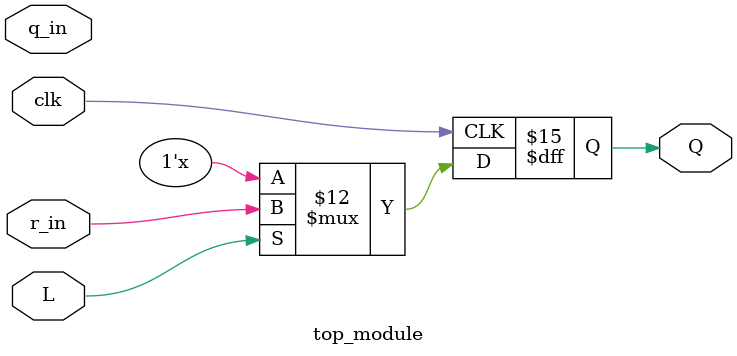
<source format=sv>
module flipflop(
    input clk, 
    input reset,
    input d,
    output reg q);
    
    always @(posedge clk or posedge reset) begin
        if (reset) begin
            q <= 0;
        end else begin
            q <= d;
        end
    end
endmodule
module mux_2to1(
    input a,
    input b,
    input sel,
    output reg out);
    
    always @(*) begin
        if (sel) begin
            out <= a;
        end else begin
            out <= b;
        end
    end
endmodule
module top_module(
    input clk,
    input L,
    input q_in,
    input r_in,
    output reg Q);
    
    wire q1, q2, q3;
    wire r1, r2, r3;
    
    flipflop ff1 (
        .clk(clk),
        .reset(0),
        .d(q1),
        .q(r1)
    );
    
    flipflop ff2 (
        .clk(clk),
        .reset(0),
        .d(q2),
        .q(r2)
    );
    
    flipflop ff3 (
        .clk(clk),
        .reset(0),
        .d(q3),
        .q(r3)
    );
    
    mux_2to1 mux1 (
        .a(r1),
        .b(r_in),
        .sel(L),
        .out(q1)
    );
    
    mux_2to1 mux2 (
        .a(r2),
        .b(r_in),
        .sel(L),
        .out(q2)
    );
    
    mux_2to1 mux3 (
        .a(r3),
        .b(r_in),
        .sel(L),
        .out(q3)
    );
    
    always @(posedge clk) begin
        if (L) begin
            Q <= r_in;
        end else begin
            Q <= {Q[1] ^ Q[2], Q[0], Q[2]};
        end
    end
    
endmodule

</source>
